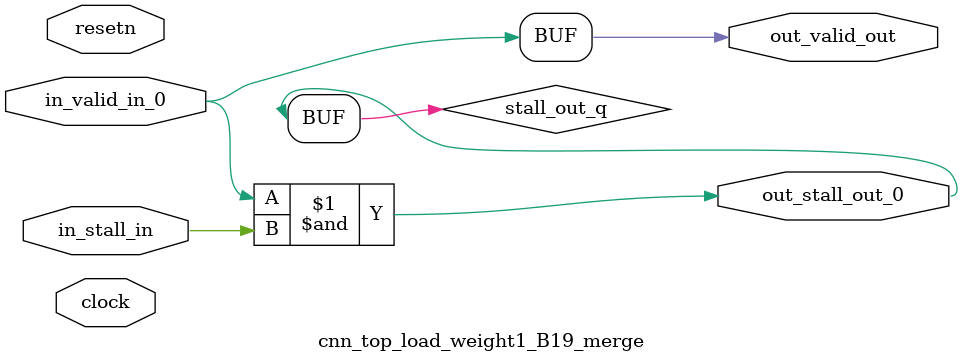
<source format=sv>



(* altera_attribute = "-name AUTO_SHIFT_REGISTER_RECOGNITION OFF; -name MESSAGE_DISABLE 10036; -name MESSAGE_DISABLE 10037; -name MESSAGE_DISABLE 14130; -name MESSAGE_DISABLE 14320; -name MESSAGE_DISABLE 15400; -name MESSAGE_DISABLE 14130; -name MESSAGE_DISABLE 10036; -name MESSAGE_DISABLE 12020; -name MESSAGE_DISABLE 12030; -name MESSAGE_DISABLE 12010; -name MESSAGE_DISABLE 12110; -name MESSAGE_DISABLE 14320; -name MESSAGE_DISABLE 13410; -name MESSAGE_DISABLE 113007; -name MESSAGE_DISABLE 10958" *)
module cnn_top_load_weight1_B19_merge (
    input wire [0:0] in_stall_in,
    input wire [0:0] in_valid_in_0,
    output wire [0:0] out_stall_out_0,
    output wire [0:0] out_valid_out,
    input wire clock,
    input wire resetn
    );

    wire [0:0] stall_out_q;


    // stall_out(LOGICAL,6)
    assign stall_out_q = in_valid_in_0 & in_stall_in;

    // out_stall_out_0(GPOUT,4)
    assign out_stall_out_0 = stall_out_q;

    // out_valid_out(GPOUT,5)
    assign out_valid_out = in_valid_in_0;

endmodule

</source>
